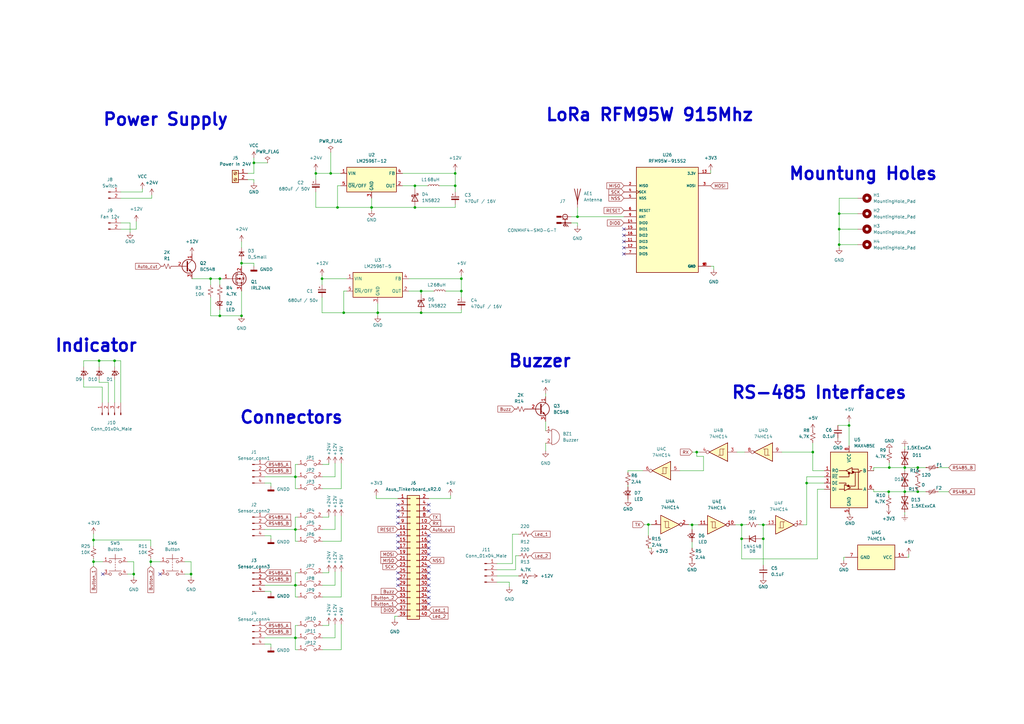
<source format=kicad_sch>
(kicad_sch (version 20211123) (generator eeschema)
  (paper "A3")
  (title_block (title "MARUKO for PoC") (rev "2") (company "Otori.id"))
  (junction (at 138.43 85.09))
  (junction (at 344.17 87.63))
  (junction (at 186.69 76.2))
  (junction (at 61.849 230.378))
  (junction (at 170.18 85.09))
  (junction (at 86.36 114.3))
  (junction (at 186.69 71.12))
  (junction (at 90.17 114.3))
  (junction (at 46.99 147.955))
  (junction (at 172.72 119.38))
  (junction (at 344.17 100.33))
  (junction (at 154.94 128.27))
  (junction (at 285.75 185.42))
  (junction (at 121.158 195.58))
  (junction (at 78.359 235.458))
  (junction (at 236.855 88.9))
  (junction (at 283.845 215.265))
  (junction (at 371.094 191.77))
  (junction (at 344.17 93.98))
  (junction (at 371.094 201.676))
  (junction (at 348.234 174.498))
  (junction (at 172.72 128.27))
  (junction (at 376.428 201.676))
  (junction (at 38.354 221.488))
  (junction (at 333.375 185.42))
  (junction (at 38.354 230.378))
  (junction (at 140.97 128.27))
  (junction (at 132.08 114.3))
  (junction (at 40.64 147.955))
  (junction (at 152.4 85.09))
  (junction (at 304.165 220.98))
  (junction (at 54.864 235.458))
  (junction (at 90.17 129.54))
  (junction (at 121.158 261.62))
  (junction (at 265.938 215.138))
  (junction (at 364.744 191.77))
  (junction (at 313.055 220.98))
  (junction (at 364.49 201.676))
  (junction (at 121.158 217.17))
  (junction (at 330.835 198.12))
  (junction (at 304.165 215.265))
  (junction (at 313.055 215.265))
  (junction (at 189.23 114.3))
  (junction (at 376.428 191.77))
  (junction (at 99.06 129.54))
  (junction (at 129.54 71.12))
  (junction (at 189.23 119.38))
  (junction (at 104.14 66.802))
  (junction (at 121.158 240.03))
  (junction (at 135.636 71.12))
  (junction (at 170.18 76.2))
  (junction (at 99.06 107.95))
  (no_connect (at 255.905 101.6))
  (no_connect (at 175.895 222.25))
  (no_connect (at 163.195 219.71))
  (no_connect (at 65.659 235.458))
  (no_connect (at 175.895 232.41))
  (no_connect (at 255.905 99.06))
  (no_connect (at 175.895 224.79))
  (no_connect (at 255.905 93.98))
  (no_connect (at 175.895 247.65))
  (no_connect (at 42.164 235.458))
  (no_connect (at 255.905 96.52))
  (no_connect (at 163.195 214.63))
  (no_connect (at 175.895 219.71))
  (no_connect (at 175.895 227.33))
  (no_connect (at 175.895 207.01))
  (no_connect (at 175.895 209.55))
  (no_connect (at 163.195 207.01))
  (no_connect (at 163.195 209.55))
  (no_connect (at 163.195 224.79))
  (no_connect (at 175.895 234.95))
  (no_connect (at 175.895 237.49))
  (no_connect (at 175.895 240.03))
  (no_connect (at 175.895 242.57))
  (no_connect (at 175.895 245.11))
  (no_connect (at 163.195 212.09))
  (no_connect (at 163.195 240.03))
  (no_connect (at 163.195 237.49))
  (no_connect (at 163.195 234.95))
  (no_connect (at 255.905 104.14))
  (no_connect (at 163.195 222.25))
  (wire (pts (xy 358.394 191.77) (xy 364.744 191.77)))
  (wire (pts (xy 301.625 215.265) (xy 304.165 215.265)))
  (wire (pts (xy 184.785 204.47) (xy 175.895 204.47)))
  (wire (pts (xy 257.556 198.882) (xy 257.556 199.644)))
  (wire (pts (xy 203.835 236.22) (xy 212.725 236.22)))
  (wire (pts (xy 346.075 228.6) (xy 346.71 228.6)))
  (wire (pts (xy 142.24 119.38) (xy 140.97 119.38)))
  (wire (pts (xy 139.954 256.032) (xy 139.954 266.446)))
  (wire (pts (xy 203.835 231.14) (xy 210.185 231.14)))
  (wire (pts (xy 104.14 66.802) (xy 109.728 66.802)))
  (wire (pts (xy 132.08 114.3) (xy 132.08 116.84)))
  (wire (pts (xy 75.819 230.378) (xy 78.359 230.378)))
  (wire (pts (xy 139.954 266.446) (xy 132.334 266.446)))
  (wire (pts (xy 304.165 220.98) (xy 304.165 229.235)))
  (wire (pts (xy 364.49 201.676) (xy 364.49 203.2)))
  (wire (pts (xy 108.585 217.17) (xy 121.158 217.17)))
  (wire (pts (xy 104.14 73.66) (xy 101.6 73.66)))
  (wire (pts (xy 121.158 240.03) (xy 121.158 244.856)))
  (wire (pts (xy 372.745 228.6) (xy 372.11 228.6)))
  (wire (pts (xy 152.4 81.28) (xy 152.4 85.09)))
  (wire (pts (xy 111.125 220.98) (xy 111.125 219.71)))
  (wire (pts (xy 49.53 93.98) (xy 55.88 93.98)))
  (wire (pts (xy 184.785 203.2) (xy 184.785 204.47)))
  (wire (pts (xy 167.64 119.38) (xy 172.72 119.38)))
  (wire (pts (xy 223.774 161.417) (xy 223.774 162.687)))
  (wire (pts (xy 90.17 114.3) (xy 91.44 114.3)))
  (wire (pts (xy 40.64 156.845) (xy 44.45 156.845)))
  (wire (pts (xy 311.15 215.138) (xy 313.055 215.265)))
  (wire (pts (xy 104.14 109.22) (xy 104.14 107.95)))
  (wire (pts (xy 371.094 210.058) (xy 371.094 211.074)))
  (wire (pts (xy 121.158 234.95) (xy 121.158 240.03)))
  (wire (pts (xy 189.23 114.3) (xy 167.64 114.3)))
  (wire (pts (xy 186.69 76.2) (xy 186.69 71.12)))
  (wire (pts (xy 121.158 221.996) (xy 122.174 221.996)))
  (wire (pts (xy 104.14 74.93) (xy 104.14 73.66)))
  (wire (pts (xy 121.158 261.62) (xy 121.158 266.446)))
  (wire (pts (xy 364.744 191.77) (xy 371.094 191.77)))
  (wire (pts (xy 371.094 201.676) (xy 371.094 200.66)))
  (wire (pts (xy 122.174 212.09) (xy 121.158 212.09)))
  (wire (pts (xy 41.91 158.75) (xy 41.91 165.1)))
  (wire (pts (xy 38.354 221.488) (xy 61.849 221.488)))
  (wire (pts (xy 38.354 230.378) (xy 38.354 232.283)))
  (wire (pts (xy 122.174 234.95) (xy 121.158 234.95)))
  (wire (pts (xy 34.29 147.955) (xy 40.64 147.955)))
  (wire (pts (xy 364.49 201.676) (xy 371.094 201.676)))
  (wire (pts (xy 61.849 221.488) (xy 61.849 224.028)))
  (wire (pts (xy 134.874 189.865) (xy 134.874 190.5)))
  (wire (pts (xy 203.835 238.76) (xy 208.915 238.76)))
  (wire (pts (xy 154.305 204.47) (xy 163.195 204.47)))
  (wire (pts (xy 121.158 212.09) (xy 121.158 217.17)))
  (wire (pts (xy 152.4 85.09) (xy 170.18 85.09)))
  (wire (pts (xy 348.234 210.82) (xy 348.615 210.82)))
  (wire (pts (xy 132.08 121.92) (xy 132.08 128.27)))
  (wire (pts (xy 99.06 107.95) (xy 104.14 107.95)))
  (wire (pts (xy 34.29 158.75) (xy 41.91 158.75)))
  (wire (pts (xy 137.414 240.03) (xy 132.334 240.03)))
  (wire (pts (xy 49.53 81.28) (xy 62.23 81.28)))
  (wire (pts (xy 90.17 114.3) (xy 90.17 116.84)))
  (wire (pts (xy 257.556 193.04) (xy 263.652 193.04)))
  (wire (pts (xy 286.385 215.265) (xy 283.845 215.265)))
  (wire (pts (xy 384.81 191.77) (xy 389.128 191.77)))
  (wire (pts (xy 121.158 195.58) (xy 121.158 200.406)))
  (wire (pts (xy 108.585 261.62) (xy 121.158 261.62)))
  (wire (pts (xy 172.72 119.38) (xy 172.72 120.65)))
  (wire (pts (xy 372.745 227.33) (xy 372.745 228.6)))
  (wire (pts (xy 132.08 113.03) (xy 132.08 114.3)))
  (wire (pts (xy 61.849 230.378) (xy 65.659 230.378)))
  (wire (pts (xy 139.954 211.582) (xy 139.954 221.996)))
  (wire (pts (xy 121.158 190.5) (xy 121.158 195.58)))
  (wire (pts (xy 186.69 69.85) (xy 186.69 71.12)))
  (wire (pts (xy 186.69 85.09) (xy 186.69 83.82)))
  (wire (pts (xy 75.819 235.458) (xy 78.359 235.458)))
  (wire (pts (xy 104.14 71.12) (xy 101.6 71.12)))
  (wire (pts (xy 108.585 195.58) (xy 121.158 195.58)))
  (wire (pts (xy 371.094 191.77) (xy 371.094 193.04)))
  (wire (pts (xy 135.636 62.484) (xy 135.636 71.12)))
  (wire (pts (xy 121.158 240.03) (xy 122.174 240.03)))
  (wire (pts (xy 161.925 252.73) (xy 163.195 252.73)))
  (wire (pts (xy 129.54 69.85) (xy 129.54 71.12)))
  (wire (pts (xy 40.64 147.955) (xy 46.99 147.955)))
  (wire (pts (xy 330.835 198.12) (xy 330.835 195.58)))
  (wire (pts (xy 234.315 88.9) (xy 236.855 88.9)))
  (wire (pts (xy 330.835 195.58) (xy 338.074 195.58)))
  (wire (pts (xy 343.662 174.498) (xy 348.234 174.498)))
  (wire (pts (xy 104.14 64.77) (xy 104.14 66.802)))
  (wire (pts (xy 257.556 204.724) (xy 257.556 204.978)))
  (wire (pts (xy 140.97 128.27) (xy 154.94 128.27)))
  (wire (pts (xy 344.17 87.63) (xy 351.79 87.63)))
  (wire (pts (xy 333.375 181.61) (xy 333.375 185.42)))
  (wire (pts (xy 344.17 101.6) (xy 344.17 100.33)))
  (wire (pts (xy 46.99 147.955) (xy 46.99 150.495)))
  (wire (pts (xy 139.954 189.992) (xy 139.954 200.406)))
  (wire (pts (xy 137.414 256.032) (xy 137.414 261.62)))
  (wire (pts (xy 137.414 189.992) (xy 137.414 195.58)))
  (wire (pts (xy 134.874 234.315) (xy 134.874 234.95)))
  (wire (pts (xy 371.094 191.77) (xy 376.428 191.77)))
  (wire (pts (xy 364.744 189.738) (xy 364.744 191.77)))
  (wire (pts (xy 358.394 201.676) (xy 364.49 201.676)))
  (wire (pts (xy 129.54 71.12) (xy 129.54 73.66)))
  (wire (pts (xy 139.954 200.406) (xy 132.334 200.406)))
  (wire (pts (xy 265.938 215.138) (xy 267.208 215.138)))
  (wire (pts (xy 121.158 200.406) (xy 122.174 200.406)))
  (wire (pts (xy 154.94 128.27) (xy 172.72 128.27)))
  (wire (pts (xy 223.774 172.847) (xy 223.774 176.657)))
  (wire (pts (xy 371.094 201.676) (xy 371.094 202.438)))
  (wire (pts (xy 170.18 76.2) (xy 170.18 77.47)))
  (wire (pts (xy 137.414 261.62) (xy 132.334 261.62)))
  (wire (pts (xy 49.53 78.74) (xy 58.42 78.74)))
  (wire (pts (xy 111.125 243.205) (xy 111.125 242.57)))
  (wire (pts (xy 46.99 147.955) (xy 49.53 147.955)))
  (wire (pts (xy 86.36 121.92) (xy 86.36 129.54)))
  (wire (pts (xy 236.855 92.71) (xy 236.855 91.44)))
  (wire (pts (xy 154.94 124.46) (xy 154.94 128.27)))
  (wire (pts (xy 165.1 76.2) (xy 170.18 76.2)))
  (wire (pts (xy 344.17 100.33) (xy 351.79 100.33)))
  (wire (pts (xy 38.354 229.108) (xy 38.354 230.378)))
  (wire (pts (xy 99.06 129.54) (xy 90.17 129.54)))
  (wire (pts (xy 172.72 128.27) (xy 189.23 128.27)))
  (wire (pts (xy 140.97 119.38) (xy 140.97 128.27)))
  (wire (pts (xy 90.17 129.54) (xy 86.36 129.54)))
  (wire (pts (xy 137.414 195.58) (xy 132.334 195.58)))
  (wire (pts (xy 344.17 100.33) (xy 344.17 93.98)))
  (wire (pts (xy 99.06 107.95) (xy 99.06 109.22)))
  (wire (pts (xy 138.43 76.2) (xy 138.43 85.09)))
  (wire (pts (xy 189.23 121.92) (xy 189.23 119.38)))
  (wire (pts (xy 208.915 238.76) (xy 208.915 240.665)))
  (wire (pts (xy 111.125 198.12) (xy 108.585 198.12)))
  (wire (pts (xy 291.465 69.85) (xy 291.465 71.12)))
  (wire (pts (xy 330.835 215.265) (xy 330.835 198.12)))
  (wire (pts (xy 283.845 215.265) (xy 283.845 217.17)))
  (wire (pts (xy 236.855 88.9) (xy 255.905 88.9)))
  (wire (pts (xy 62.23 80.01) (xy 62.23 81.28)))
  (wire (pts (xy 236.855 91.44) (xy 234.315 91.44)))
  (wire (pts (xy 172.72 119.38) (xy 177.8 119.38)))
  (wire (pts (xy 55.88 93.98) (xy 55.88 90.805)))
  (wire (pts (xy 61.849 229.108) (xy 61.849 230.378)))
  (wire (pts (xy 132.08 128.27) (xy 140.97 128.27)))
  (wire (pts (xy 108.585 242.57) (xy 111.125 242.57)))
  (wire (pts (xy 104.14 66.802) (xy 104.14 71.12)))
  (wire (pts (xy 129.54 78.74) (xy 129.54 85.09)))
  (wire (pts (xy 111.125 219.71) (xy 108.585 219.71)))
  (wire (pts (xy 211.455 227.965) (xy 212.725 227.965)))
  (wire (pts (xy 99.06 99.06) (xy 99.06 101.6)))
  (wire (pts (xy 265.938 224.79) (xy 267.208 224.79)))
  (wire (pts (xy 134.874 255.905) (xy 134.874 256.54)))
  (wire (pts (xy 333.375 193.04) (xy 338.074 193.04)))
  (wire (pts (xy 348.234 174.498) (xy 348.234 182.88)))
  (wire (pts (xy 138.43 85.09) (xy 152.4 85.09)))
  (wire (pts (xy 99.06 106.68) (xy 99.06 107.95)))
  (wire (pts (xy 122.174 256.54) (xy 121.158 256.54)))
  (wire (pts (xy 121.158 195.58) (xy 122.174 195.58)))
  (wire (pts (xy 343.662 179.578) (xy 343.662 179.832)))
  (wire (pts (xy 333.375 185.42) (xy 333.375 193.04)))
  (wire (pts (xy 34.29 147.955) (xy 34.29 150.495)))
  (wire (pts (xy 78.74 114.3) (xy 86.36 114.3)))
  (wire (pts (xy 78.359 230.378) (xy 78.359 235.458)))
  (wire (pts (xy 285.75 187.198) (xy 285.75 185.42)))
  (wire (pts (xy 304.165 220.98) (xy 304.8 220.98)))
  (wire (pts (xy 135.636 71.12) (xy 129.54 71.12)))
  (wire (pts (xy 132.334 256.54) (xy 134.874 256.54)))
  (wire (pts (xy 86.36 114.3) (xy 86.36 116.84)))
  (wire (pts (xy 358.394 191.77) (xy 358.394 193.04)))
  (wire (pts (xy 189.23 119.38) (xy 189.23 114.3)))
  (wire (pts (xy 348.234 172.974) (xy 348.234 174.498)))
  (wire (pts (xy 330.835 198.12) (xy 338.074 198.12)))
  (wire (pts (xy 121.158 217.17) (xy 121.158 221.996)))
  (wire (pts (xy 210.185 231.14) (xy 210.185 219.075)))
  (wire (pts (xy 376.428 201.676) (xy 371.094 201.676)))
  (wire (pts (xy 86.36 114.3) (xy 90.17 114.3)))
  (wire (pts (xy 134.874 211.455) (xy 134.874 212.09)))
  (wire (pts (xy 329.565 215.265) (xy 330.835 215.265)))
  (wire (pts (xy 111.125 264.16) (xy 108.585 264.16)))
  (wire (pts (xy 99.06 119.38) (xy 99.06 129.54)))
  (wire (pts (xy 313.055 215.265) (xy 313.055 220.98)))
  (wire (pts (xy 285.75 185.42) (xy 287.02 185.42)))
  (wire (pts (xy 189.23 119.38) (xy 182.88 119.38)))
  (wire (pts (xy 137.414 234.442) (xy 137.414 240.03)))
  (wire (pts (xy 203.835 233.68) (xy 211.455 233.68)))
  (wire (pts (xy 351.79 81.28) (xy 344.17 81.28)))
  (wire (pts (xy 53.34 91.44) (xy 53.34 95.25)))
  (wire (pts (xy 379.73 201.676) (xy 376.428 201.676)))
  (wire (pts (xy 384.81 201.676) (xy 389.128 201.676)))
  (wire (pts (xy 108.585 240.03) (xy 121.158 240.03)))
  (wire (pts (xy 54.864 230.378) (xy 54.864 235.458)))
  (wire (pts (xy 121.158 266.446) (xy 122.174 266.446)))
  (wire (pts (xy 121.158 244.856) (xy 122.174 244.856)))
  (wire (pts (xy 161.925 254) (xy 161.925 252.73)))
  (wire (pts (xy 61.849 230.378) (xy 61.849 232.283)))
  (wire (pts (xy 371.094 183.134) (xy 371.094 184.15)))
  (wire (pts (xy 170.18 85.09) (xy 186.69 85.09)))
  (wire (pts (xy 282.448 215.138) (xy 283.845 215.265)))
  (wire (pts (xy 346.075 229.87) (xy 346.075 228.6)))
  (wire (pts (xy 46.99 155.575) (xy 46.99 165.1)))
  (wire (pts (xy 344.17 87.63) (xy 344.17 93.98)))
  (wire (pts (xy 122.174 190.5) (xy 121.158 190.5)))
  (wire (pts (xy 257.556 193.802) (xy 257.556 193.04)))
  (wire (pts (xy 189.23 113.03) (xy 189.23 114.3)))
  (wire (pts (xy 320.675 185.42) (xy 333.375 185.42)))
  (wire (pts (xy 344.17 93.98) (xy 351.79 93.98)))
  (wire (pts (xy 38.354 230.378) (xy 42.164 230.378)))
  (wire (pts (xy 121.158 256.54) (xy 121.158 261.62)))
  (wire (pts (xy 278.892 193.04) (xy 288.544 193.04)))
  (wire (pts (xy 34.29 155.575) (xy 34.29 158.75)))
  (wire (pts (xy 304.165 229.235) (xy 335.28 229.235)))
  (wire (pts (xy 304.165 215.265) (xy 306.07 215.138)))
  (wire (pts (xy 78.359 235.458) (xy 78.359 236.728)))
  (wire (pts (xy 186.69 78.74) (xy 186.69 76.2)))
  (wire (pts (xy 137.414 217.17) (xy 132.334 217.17)))
  (wire (pts (xy 40.64 155.575) (xy 40.64 156.845)))
  (wire (pts (xy 139.7 76.2) (xy 138.43 76.2)))
  (wire (pts (xy 139.954 221.996) (xy 132.334 221.996)))
  (wire (pts (xy 132.334 212.09) (xy 134.874 212.09)))
  (wire (pts (xy 344.17 81.28) (xy 344.17 87.63)))
  (wire (pts (xy 58.42 78.74) (xy 58.42 77.47)))
  (wire (pts (xy 313.055 215.265) (xy 314.325 215.265)))
  (wire (pts (xy 283.845 222.25) (xy 283.845 224.79)))
  (wire (pts (xy 358.394 200.66) (xy 358.394 201.676)))
  (wire (pts (xy 111.125 265.43) (xy 111.125 264.16)))
  (wire (pts (xy 211.455 233.68) (xy 211.455 227.965)))
  (wire (pts (xy 186.69 76.2) (xy 180.34 76.2)))
  (wire (pts (xy 288.544 187.198) (xy 285.75 187.198)))
  (wire (pts (xy 152.4 85.09) (xy 152.4 86.36)))
  (wire (pts (xy 121.158 261.62) (xy 122.174 261.62)))
  (wire (pts (xy 170.18 76.2) (xy 175.26 76.2)))
  (wire (pts (xy 137.414 211.582) (xy 137.414 217.17)))
  (wire (pts (xy 38.354 221.488) (xy 38.354 224.028)))
  (wire (pts (xy 132.334 190.5) (xy 134.874 190.5)))
  (wire (pts (xy 129.54 85.09) (xy 138.43 85.09)))
  (wire (pts (xy 335.28 200.66) (xy 338.074 200.66)))
  (wire (pts (xy 236.855 85.09) (xy 236.855 88.9)))
  (wire (pts (xy 283.972 185.42) (xy 285.75 185.42)))
  (wire (pts (xy 52.324 230.378) (xy 54.864 230.378)))
  (wire (pts (xy 111.125 199.39) (xy 111.125 198.12)))
  (wire (pts (xy 121.158 217.17) (xy 122.174 217.17)))
  (wire (pts (xy 154.305 203.2) (xy 154.305 204.47)))
  (wire (pts (xy 54.864 235.458) (xy 54.864 236.728)))
  (wire (pts (xy 132.334 234.95) (xy 134.874 234.95)))
  (wire (pts (xy 40.64 150.495) (xy 40.64 147.955)))
  (wire (pts (xy 210.185 219.075) (xy 212.725 219.075)))
  (wire (pts (xy 288.544 187.198) (xy 288.544 193.04)))
  (wire (pts (xy 265.938 215.138) (xy 265.938 219.71)))
  (wire (pts (xy 139.954 244.856) (xy 132.334 244.856)))
  (wire (pts (xy 376.428 196.596) (xy 376.428 196.85)))
  (wire (pts (xy 313.055 220.98) (xy 313.055 231.775)))
  (wire (pts (xy 49.53 165.1) (xy 49.53 147.955)))
  (wire (pts (xy 139.7 71.12) (xy 135.636 71.12)))
  (wire (pts (xy 223.774 181.737) (xy 223.774 184.912)))
  (wire (pts (xy 139.954 234.442) (xy 139.954 244.856)))
  (wire (pts (xy 44.45 156.845) (xy 44.45 165.1)))
  (wire (pts (xy 154.94 128.27) (xy 154.94 129.54)))
  (wire (pts (xy 49.53 91.44) (xy 53.34 91.44)))
  (wire (pts (xy 302.26 185.42) (xy 305.435 185.42)))
  (wire (pts (xy 376.428 191.77) (xy 379.73 191.77)))
  (wire (pts (xy 38.354 218.948) (xy 38.354 221.488)))
  (wire (pts (xy 292.735 109.22) (xy 291.465 109.22)))
  (wire (pts (xy 335.28 229.235) (xy 335.28 200.66)))
  (wire (pts (xy 142.24 114.3) (xy 132.08 114.3)))
  (wire (pts (xy 264.16 215.138) (xy 265.938 215.138)))
  (wire (pts (xy 313.055 220.98) (xy 312.42 220.98)))
  (wire (pts (xy 186.69 71.12) (xy 165.1 71.12)))
  (wire (pts (xy 189.23 128.27) (xy 189.23 127)))
  (wire (pts (xy 52.324 235.458) (xy 54.864 235.458)))
  (wire (pts (xy 304.165 215.265) (xy 304.165 220.98)))
  (wire (pts (xy 292.735 110.49) (xy 292.735 109.22)))
  (wire (pts (xy 90.17 127) (xy 90.17 129.54)))
  (text "Indicator" (at 22.225 144.78 0) (effects (font (size 5 5) (thickness 1) bold) (justify left bottom)))
  (text "Connectors" (at 98.044 174.244 0) (effects (font (size 5 5) (thickness 1) bold) (justify left bottom)))
  (text "Mountung Holes" (at 323.215 74.295 0) (effects (font (size 5 5) (thickness 1) bold) (justify left bottom)))
  (text "Buzzer" (at 208.28 151.13 0) (effects (font (size 5 5) (thickness 1) bold) (justify left bottom)))
  (text "Power Supply" (at 41.91 52.07 0) (effects (font (size 5 5) (thickness 1) bold) (justify left bottom)))
  (text "LoRa RFM95W 915Mhz" (at 223.52 50.165 0) (effects (font (size 5 5) (thickness 1) bold) (justify left bottom)))
  (text "RS-485 Interfaces" (at 299.72 164.084 0) (effects (font (size 5 5) (thickness 1) bold) (justify left bottom)))
  (global_label "RS485_A" (shape input) (at 389.128 201.676 0) (property "Intersheet References" "${INTERSHEET_REFS}" (effects hide)))
  (global_label "RESET" (shape input) (at 255.905 86.36 180) (property "Intersheet References" "${INTERSHEET_REFS}" (effects hide)))
  (global_label "Led_2" (shape input) (at 175.895 252.73 0) (property "Intersheet References" "${INTERSHEET_REFS}" (effects hide)))
  (global_label "Led_1" (shape input) (at 175.895 250.19 0) (property "Intersheet References" "${INTERSHEET_REFS}" (effects hide)))
  (global_label "Auto_cut" (shape input) (at 66.04 109.22 180) (property "Intersheet References" "${INTERSHEET_REFS}" (effects hide)))
  (global_label "MISO" (shape input) (at 255.905 76.2 180) (property "Intersheet References" "${INTERSHEET_REFS}" (effects hide)))
  (global_label "RS485_A" (shape input) (at 108.585 190.5 0) (property "Intersheet References" "${INTERSHEET_REFS}" (effects hide)))
  (global_label "Led_1" (shape input) (at 217.805 219.075 0) (property "Intersheet References" "${INTERSHEET_REFS}" (effects hide)))
  (global_label "MISO" (shape input) (at 163.195 229.87 180) (property "Intersheet References" "${INTERSHEET_REFS}" (effects hide)))
  (global_label "RX" (shape input) (at 175.895 214.63 0) (property "Intersheet References" "${INTERSHEET_REFS}" (effects hide)))
  (global_label "MOSI" (shape input) (at 163.195 227.33 180) (property "Intersheet References" "${INTERSHEET_REFS}" (effects hide)))
  (global_label "RS485_B" (shape input) (at 389.128 191.77 0) (property "Intersheet References" "${INTERSHEET_REFS}" (effects hide)))
  (global_label "RX" (shape input) (at 283.972 185.42 180) (property "Intersheet References" "${INTERSHEET_REFS}" (effects hide)))
  (global_label "DIO0" (shape input) (at 163.195 250.19 180) (property "Intersheet References" "${INTERSHEET_REFS}" (effects hide)))
  (global_label "Buzz" (shape input) (at 211.074 167.767 180) (property "Intersheet References" "${INTERSHEET_REFS}" (effects hide)))
  (global_label "RS485_A" (shape input) (at 108.585 234.95 0) (property "Intersheet References" "${INTERSHEET_REFS}" (effects hide)))
  (global_label "RS485_B" (shape input) (at 108.585 193.04 0) (property "Intersheet References" "${INTERSHEET_REFS}" (effects hide)))
  (global_label "Buzz" (shape input) (at 163.195 242.57 180) (property "Intersheet References" "${INTERSHEET_REFS}" (effects hide)))
  (global_label "Led_2" (shape input) (at 217.805 227.965 0) (property "Intersheet References" "${INTERSHEET_REFS}" (effects hide)))
  (global_label "RS485_B" (shape input) (at 108.585 237.49 0) (property "Intersheet References" "${INTERSHEET_REFS}" (effects hide)))
  (global_label "RS485_B" (shape input) (at 108.585 259.08 0) (property "Intersheet References" "${INTERSHEET_REFS}" (effects hide)))
  (global_label "NSS" (shape input) (at 175.895 229.87 0) (property "Intersheet References" "${INTERSHEET_REFS}" (effects hide)))
  (global_label "RS485_B" (shape input) (at 108.585 214.63 0) (property "Intersheet References" "${INTERSHEET_REFS}" (effects hide)))
  (global_label "RS485_A" (shape input) (at 108.585 256.54 0) (property "Intersheet References" "${INTERSHEET_REFS}" (effects hide)))
  (global_label "Button_1" (shape input) (at 163.195 247.65 180) (property "Intersheet References" "${INTERSHEET_REFS}" (effects hide)))
  (global_label "SCK" (shape input) (at 255.905 78.74 180) (property "Intersheet References" "${INTERSHEET_REFS}" (effects hide)))
  (global_label "RESET" (shape input) (at 163.195 217.17 180) (property "Intersheet References" "${INTERSHEET_REFS}" (effects hide)))
  (global_label "TX" (shape input) (at 264.16 215.138 180) (property "Intersheet References" "${INTERSHEET_REFS}" (effects hide)))
  (global_label "SCK" (shape input) (at 163.195 232.41 180) (property "Intersheet References" "${INTERSHEET_REFS}" (effects hide)))
  (global_label "Button_1" (shape input) (at 38.354 232.283 270) (property "Intersheet References" "${INTERSHEET_REFS}" (effects hide)))
  (global_label "RS485_A" (shape input) (at 108.585 212.09 0) (property "Intersheet References" "${INTERSHEET_REFS}" (effects hide)))
  (global_label "DIO0" (shape input) (at 255.905 91.44 180) (property "Intersheet References" "${INTERSHEET_REFS}" (effects hide)))
  (global_label "Auto_cut" (shape input) (at 175.895 217.17 0) (property "Intersheet References" "${INTERSHEET_REFS}" (effects hide)))
  (global_label "MOSI" (shape input) (at 291.465 76.2 0) (property "Intersheet References" "${INTERSHEET_REFS}" (effects hide)))
  (global_label "TX" (shape input) (at 175.895 212.09 0) (property "Intersheet References" "${INTERSHEET_REFS}" (effects hide)))
  (global_label "Button_2" (shape input) (at 163.195 245.11 180) (property "Intersheet References" "${INTERSHEET_REFS}" (effects hide)))
  (global_label "NSS" (shape input) (at 255.905 81.28 180) (property "Intersheet References" "${INTERSHEET_REFS}" (effects hide)))
  (global_label "Button_2" (shape input) (at 61.849 232.283 270) (property "Intersheet References" "${INTERSHEET_REFS}" (effects hide)))
  (symbol (lib_id "power:GND") (at 236.855 92.71 0) (unit 1)
    (property "Reference" "#PWR0103" (effects hide))
    (property "Value" "GND" (at 236.855 97.79 0))
  )
  (symbol (lib_id "Device:R_Small_US") (at 68.58 109.22 90) (unit 1)
    (property "Reference" "R1" (at 69.85 106.045 90) (effects (justify left)))
    (property "Value" "2K" (at 69.85 103.505 90) (effects (justify left)))
    (property "Footprint" "Resistor_THT:R_Axial_DIN0207_L6.3mm_D2.5mm_P10.16mm_Horizontal" (effects hide))
  )
  (symbol (lib_id "Device:C_Polarized_Small") (at 132.08 119.38 0) (unit 1)
    (property "Reference" "C1" (at 125.73 119.38 0) (effects (justify left)))
    (property "Value" "680uf / 50v" (at 118.11 123.19 0) (effects (justify left)))
    (property "Footprint" "Capacitor_THT:CP_Radial_D10.0mm_P2.50mm_P5.00mm" (effects hide))
  )
  (symbol (lib_id "Connector:Conn_01x04_Male") (at 103.505 193.04 0) (unit 1)
    (property "Reference" "J1" (at 104.14 185.42 0))
    (property "Value" "Sensor_conn1" (at 104.14 187.96 0))
    (property "Footprint" "Connector_JST:JST_XH_B4B-XH-A_1x04_P2.50mm_Vertical" (effects hide))
  )
  (symbol (lib_id "Device:C_Small") (at 313.055 234.315 0) (unit 1)
    (property "Reference" "C5" (at 316.23 233.0512 0) (effects (justify left)))
    (property "Value" "0.1uF" (at 316.23 235.5912 0) (effects (justify left)))
    (property "Footprint" "Capacitor_THT:C_Disc_D3.8mm_W2.6mm_P2.50mm" (effects hide))
  )
  (symbol (lib_id "power:GND") (at 104.14 74.93 0) (unit 1)
    (property "Reference" "#PWR0107" (effects hide))
    (property "Value" "GND" (at 104.14 78.74 0))
  )
  (symbol (lib_id "Connector:Conn_01x04_Male") (at 44.45 170.18 90) (unit 1)
    (property "Reference" "J10" (at 45.72 173.355 90))
    (property "Value" "Conn_01x04_Male" (at 45.72 175.895 90))
    (property "Footprint" "Connector_JST:JST_XH_B4B-XH-A_1x04_P2.50mm_Vertical" (effects hide))
  )
  (symbol (lib_id "Jumper:Jumper_2_Open") (at 127.254 266.446 0) (unit 1)
    (property "Reference" "JP12" (at 127.254 263.652 0))
    (property "Value" "Jumper_2_Open" (effects hide))
    (property "Footprint" "Connector_PinHeader_2.54mm:PinHeader_1x02_P2.54mm_Vertical" (effects hide))
  )
  (symbol (lib_id "power:+12V") (at 55.88 90.805 0) (unit 1)
    (property "Reference" "#PWR0105" (effects hide))
    (property "Value" "+12V" (at 55.88 85.725 0))
  )
  (symbol (lib_id "Device:R_Small_US") (at 333.375 179.07 180) (unit 1)
    (property "Reference" "R8" (at 332.105 176.53 0) (effects (justify left)))
    (property "Value" "4.7K" (at 332.105 179.07 0) (effects (justify left)))
    (property "Footprint" "Resistor_THT:R_Axial_DIN0207_L6.3mm_D2.5mm_P10.16mm_Horizontal" (effects hide))
  )
  (symbol (lib_id "Jumper:Jumper_2_Open") (at 127.254 217.17 0) (unit 1)
    (property "Reference" "JP5" (at 127.254 214.376 0))
    (property "Value" "Jumper_2_Open" (effects hide))
    (property "Footprint" "Connector_PinHeader_2.54mm:PinHeader_1x02_P2.54mm_Vertical" (effects hide))
  )
  (symbol (lib_id "power:+12V") (at 186.69 69.85 0) (unit 1)
    (property "Reference" "#PWR019" (effects hide))
    (property "Value" "+12V" (at 186.69 64.77 0))
  )
  (symbol (lib_id "power:+5V") (at 139.954 256.032 0) (unit 1)
    (property "Reference" "#PWR039" (effects hide))
    (property "Value" "+5V" (at 139.954 250.952 90))
  )
  (symbol (lib_id "Diode:1N5822") (at 172.72 124.46 270) (unit 1)
    (property "Reference" "D5" (at 175.514 122.8724 90) (effects (justify left)))
    (property "Value" "1N5822" (at 175.514 125.4124 90) (effects (justify left)))
    (property "Footprint" "Diode_THT:D_DO-201AD_P15.24mm_Horizontal" (effects hide))
    (property "Datasheet" "http://www.vishay.com/docs/88526/1n5820.pdf" (effects hide))
  )
  (symbol (lib_id "Device:R_Small_US") (at 376.428 199.136 0) (unit 1)
    (property "Reference" "R17" (at 372.618 200.66 0) (effects (justify left)))
    (property "Value" "0" (at 377.952 198.882 0) (effects (justify left)))
    (property "Footprint" "Resistor_THT:R_Axial_DIN0207_L6.3mm_D2.5mm_P10.16mm_Horizontal" (effects hide))
  )
  (symbol (lib_id "Device:D_Small") (at 99.06 104.14 270) (unit 1)
    (property "Reference" "D3" (at 101.6 102.8699 90) (effects (justify left)))
    (property "Value" "D_Small" (at 101.6 105.4099 90) (effects (justify left)))
    (property "Footprint" "Diode_THT:D_A-405_P10.16mm_Horizontal" (effects hide))
  )
  (symbol (lib_id "power:+24V") (at 62.23 80.01 0) (unit 1)
    (property "Reference" "#PWR0110" (effects hide))
    (property "Value" "+24V" (at 62.23 74.93 0))
  )
  (symbol (lib_id "power:+3.3V") (at 267.208 224.79 180) (unit 1)
    (property "Reference" "#PWR08" (effects hide))
    (property "Value" "+3.3V" (at 268.732 226.0599 0) (effects (justify right)))
  )
  (symbol (lib_id "power:GND") (at 292.735 110.49 0) (unit 1)
    (property "Reference" "#PWR0101" (effects hide))
    (property "Value" "GND" (at 292.735 115.57 0))
  )
  (symbol (lib_id "Jumper:Jumper_2_Open") (at 127.254 190.5 0) (unit 1)
    (property "Reference" "JP1" (at 127.254 187.706 0))
    (property "Value" "Jumper_2_Open" (effects hide))
    (property "Footprint" "Connector_PinHeader_2.54mm:PinHeader_1x02_P2.54mm_Vertical" (effects hide))
  )
  (symbol (lib_id "Regulator_Switching:LM2596T-5") (at 154.94 116.84 0) (unit 1)
    (property "Reference" "U3" (at 154.94 106.68 0))
    (property "Value" "LM2596T-5" (at 154.94 109.22 0))
    (property "Footprint" "Package_TO_SOT_THT:TO-220-5_Vertical" (effects hide))
    (property "Datasheet" "http://www.ti.com/lit/ds/symlink/lm2596.pdf" (effects hide))
  )
  (symbol (lib_id "Diode:1N4148") (at 308.61 220.98 0) (unit 1)
    (property "Reference" "D8" (at 308.61 226.06 0))
    (property "Value" "1N4148" (at 308.61 224.155 0))
    (property "Footprint" "Diode_THT:D_DO-35_SOD27_P7.62mm_Horizontal" (effects hide))
    (property "Datasheet" "https://assets.nexperia.com/documents/data-sheet/1N4148_1N4448.pdf" (effects hide))
  )
  (symbol (lib_id "power:+12V") (at 137.414 211.582 0) (unit 1)
    (property "Reference" "#PWR034" (effects hide))
    (property "Value" "+12V" (at 137.414 205.867 90))
  )
  (symbol (lib_id "Jumper:Jumper_2_Open") (at 127.254 212.09 0) (unit 1)
    (property "Reference" "JP4" (at 127.254 209.296 0))
    (property "Value" "Jumper_2_Open" (effects hide))
    (property "Footprint" "Connector_PinHeader_2.54mm:PinHeader_1x02_P2.54mm_Vertical" (effects hide))
  )
  (symbol (lib_id "power:GND") (at 364.744 184.658 180) (unit 1)
    (property "Reference" "#PWR029" (effects hide))
    (property "Value" "GND" (at 364.744 180.848 0))
  )
  (symbol (lib_id "Device:R_Small_US") (at 364.49 205.74 180) (unit 1)
    (property "Reference" "R10" (at 363.22 203.2 0) (effects (justify left)))
    (property "Value" "4.7K" (at 363.22 205.74 0) (effects (justify left)))
    (property "Footprint" "Resistor_THT:R_Axial_DIN0207_L6.3mm_D2.5mm_P10.16mm_Horizontal" (effects hide))
  )
  (symbol (lib_id "power:+3.3V") (at 364.49 208.28 180) (unit 1)
    (property "Reference" "#PWR028" (effects hide))
    (property "Value" "+3.3V" (at 364.49 212.725 0))
  )
  (symbol (lib_id "power:GND") (at 343.662 179.832 0) (unit 1)
    (property "Reference" "#PWR025" (effects hide))
    (property "Value" "GND" (at 343.662 183.642 0))
  )
  (symbol (lib_id "Device:L_Small") (at 180.34 119.38 90) (unit 1)
    (property "Reference" "L2" (at 176.53 116.84 90))
    (property "Value" "68uH" (at 180.34 116.84 90))
    (property "Footprint" "Inductor_THT:L_Radial_D7.5mm_P3.50mm_Fastron_07P" (effects hide))
  )
  (symbol (lib_id "Jumper:Jumper_2_Open") (at 127.254 261.62 0) (unit 1)
    (property "Reference" "JP11" (at 127.254 258.826 0))
    (property "Value" "Jumper_2_Open" (effects hide))
    (property "Footprint" "Connector_PinHeader_2.54mm:PinHeader_1x02_P2.54mm_Vertical" (effects hide))
  )
  (symbol (lib_id "power:+3.3V") (at 38.354 218.948 0) (unit 1)
    (property "Reference" "#PWR0120" (effects hide))
    (property "Value" "+3.3V" (at 38.354 214.503 0))
  )
  (symbol (lib_id "power:GND") (at 152.4 86.36 0) (unit 1)
    (property "Reference" "#PWR016" (effects hide))
    (property "Value" "GND" (at 152.4 90.17 0))
  )
  (symbol (lib_id "Device:LED_Small") (at 90.17 124.46 90) (unit 1)
    (property "Reference" "D2" (at 92.71 124.46 90) (effects (justify right)))
    (property "Value" "LED" (at 92.71 127 90) (effects (justify right)))
    (property "Footprint" "LED_THT:LED_D3.0mm" (effects hide))
  )
  (symbol (lib_id "power:+24V") (at 99.06 99.06 0) (unit 1)
    (property "Reference" "#PWR0119" (effects hide))
    (property "Value" "+24V" (at 99.06 93.98 0))
  )
  (symbol (lib_id "Diode:1.5KExxCA") (at 371.094 187.96 90) (unit 1)
    (property "Reference" "D11" (at 374.142 186.6899 90) (effects (justify right)))
    (property "Value" "1.5KExxCA" (at 371.856 183.642 90) (effects (justify right)))
    (property "Footprint" "Diode_THT:D_DO-201AE_P15.24mm_Horizontal" (effects hide))
    (property "Datasheet" "https://www.vishay.com/docs/88301/15ke.pdf" (effects hide))
  )
  (symbol (lib_id "Device:C_Polarized_Small") (at 186.69 81.28 0) (unit 1)
    (property "Reference" "C3" (at 190.5 80.01 0) (effects (justify left)))
    (property "Value" "470uF / 16V" (at 190.5 82.55 0) (effects (justify left)))
    (property "Footprint" "Capacitor_THT:CP_Radial_D5.0mm_P2.50mm" (effects hide))
  )
  (symbol (lib_id "Device:LED_Small") (at 40.64 153.035 270) (unit 1)
    (property "Reference" "D10" (at 40.005 155.575 90) (effects (justify right)))
    (property "Value" "LED_PIndicator" (effects hide))
    (property "Footprint" "LED_THT:LED_D5.0mm" (effects hide))
  )
  (symbol (lib_id "Mechanical:MountingHole_Pad") (at 354.33 81.28 270) (unit 1)
    (property "Reference" "H1" (at 358.14 80.0099 90) (effects (justify left)))
    (property "Value" "MountingHole_Pad" (at 358.14 82.5499 90) (effects (justify left)))
    (property "Footprint" "MountingHole:MountingHole_3.5mm_Pad_Via" (effects hide))
  )
  (symbol (lib_id "Mechanical:MountingHole_Pad") (at 354.33 87.63 270) (unit 1)
    (property "Reference" "H2" (at 358.14 86.3599 90) (effects (justify left)))
    (property "Value" "MountingHole_Pad" (at 358.14 88.8999 90) (effects (justify left)))
    (property "Footprint" "MountingHole:MountingHole_3.5mm_Pad_Via" (effects hide))
  )
  (symbol (lib_id "power:GND") (at 257.556 204.978 0) (unit 1)
    (property "Reference" "#PWR022" (effects hide))
    (property "Value" "GND" (at 257.556 208.788 0))
  )
  (symbol (lib_id "Device:LED_Small") (at 34.29 153.035 270) (unit 1)
    (property "Reference" "D9" (at 33.655 155.575 90) (effects (justify right)))
    (property "Value" "LED_PIndicator" (effects hide))
    (property "Footprint" "LED_THT:LED_D5.0mm" (effects hide))
  )
  (symbol (lib_id "Device:R_Small_US") (at 308.61 215.138 90) (unit 1)
    (property "Reference" "R7" (at 309.88 210.058 90) (effects (justify left)))
    (property "Value" "56k" (at 310.515 212.598 90) (effects (justify left)))
    (property "Footprint" "Resistor_THT:R_Axial_DIN0207_L6.3mm_D2.5mm_P10.16mm_Horizontal" (effects hide))
  )
  (symbol (lib_id "Switch:SW_Push_Dual") (at 70.739 230.378 0) (unit 1)
    (property "Reference" "SW6" (at 70.739 222.758 0))
    (property "Value" "Button" (at 70.739 225.298 0))
    (property "Footprint" "Button_Switch_THT:SW_PUSH_6mm_H5mm" (effects hide))
  )
  (symbol (lib_id "power:VCC") (at 104.14 64.77 0) (unit 1)
    (property "Reference" "#PWR0108" (effects hide))
    (property "Value" "VCC" (at 104.14 59.69 0))
  )
  (symbol (lib_id "power:+5V") (at 184.785 203.2 0) (unit 1)
    (property "Reference" "#PWR018" (effects hide))
    (property "Value" "+5V" (at 184.785 198.12 0))
  )
  (symbol (lib_id "power:+3.3V") (at 154.305 203.2 0) (unit 1)
    (property "Reference" "#PWR014" (effects hide))
    (property "Value" "+3.3V" (at 154.305 198.12 0))
  )
  (symbol (lib_id "Device:C_Small") (at 343.662 177.038 0) (unit 1)
    (property "Reference" "C6" (at 338.582 176.403 0) (effects (justify left)))
    (property "Value" "0.1uF" (at 337.312 178.943 0) (effects (justify left)))
    (property "Footprint" "Capacitor_THT:C_Disc_D3.8mm_W2.6mm_P2.50mm" (effects hide))
  )
  (symbol (lib_id "74xx:74HC14") (at 271.272 193.04 180) (unit 3)
    (property "Reference" "U4" (at 271.272 184.15 0))
    (property "Value" "74HC14" (at 271.272 186.69 0))
    (property "Footprint" "Package_DIP:DIP-14_W7.62mm" (effects hide))
    (property "Datasheet" "http://www.ti.com/lit/gpn/sn74HC14" (effects hide))
  )
  (symbol (lib_id "Device:Buzzer") (at 226.314 179.197 0) (unit 1)
    (property "Reference" "BZ1" (at 230.759 177.9269 0) (effects (justify left)))
    (property "Value" "Buzzer" (at 230.759 180.4669 0) (effects (justify left)))
    (property "Footprint" "Buzzer_Beeper:Buzzer_12x9.5RM7.6" (effects hide))
  )
  (symbol (lib_id "Interface_UART:MAX485E") (at 348.234 195.58 0) (unit 1)
    (property "Reference" "U5" (at 350.2534 180.34 0) (effects (justify left)))
    (property "Value" "MAX485E" (at 350.2534 182.88 0) (effects (justify left)))
    (property "Footprint" "Package_DIP:DIP-8_W7.62mm" (effects hide))
    (property "Datasheet" "https://datasheets.maximintegrated.com/en/ds/MAX1487E-MAX491E.pdf" (effects hide))
  )
  (symbol (lib_id "Jumper:Jumper_2_Open") (at 127.254 240.03 0) (unit 1)
    (property "Reference" "JP8" (at 127.254 237.236 0))
    (property "Value" "Jumper_2_Open" (effects hide))
    (property "Footprint" "Connector_PinHeader_2.54mm:PinHeader_1x02_P2.54mm_Vertical" (effects hide))
  )
  (symbol (lib_id "power:PWR_FLAG") (at 109.728 66.802 0) (unit 1)
    (property "Reference" "#FLG0101" (effects hide))
    (property "Value" "PWR_FLAG" (at 109.728 62.23 0))
  )
  (symbol (lib_id "74xx:74HC14") (at 294.005 215.265 0) (mirror x) (unit 5)
    (property "Reference" "U4" (at 294.005 205.74 0))
    (property "Value" "74HC14" (at 294.005 208.28 0))
    (property "Footprint" "Package_DIP:DIP-14_W7.62mm" (effects hide))
    (property "Datasheet" "http://www.ti.com/lit/gpn/sn74HC14" (effects hide))
  )
  (symbol (lib_id "power:+24V") (at 134.874 255.905 0) (unit 1)
    (property "Reference" "#PWR033" (effects hide))
    (property "Value" "+24V" (at 134.874 250.19 90))
  )
  (symbol (lib_id "Mechanical:MountingHole_Pad") (at 354.33 100.33 270) (unit 1)
    (property "Reference" "H4" (at 358.14 99.0599 90) (effects (justify left)))
    (property "Value" "MountingHole_Pad" (at 358.14 101.5999 90) (effects (justify left)))
    (property "Footprint" "MountingHole:MountingHole_3.5mm_Pad_Via" (effects hide))
  )
  (symbol (lib_id "Device:R_Small_US") (at 213.614 167.767 90) (unit 1)
    (property "Reference" "R14" (at 214.884 164.592 90) (effects (justify left)))
    (property "Value" "2K" (at 214.884 162.052 90) (effects (justify left)))
    (property "Footprint" "Resistor_THT:R_Axial_DIN0207_L6.3mm_D2.5mm_P10.16mm_Horizontal" (effects hide))
  )
  (symbol (lib_id "power:+24V") (at 134.874 189.865 0) (unit 1)
    (property "Reference" "#PWR0114" (effects hide))
    (property "Value" "+24V" (at 134.874 184.15 90))
  )
  (symbol (lib_id "power:+5V") (at 372.745 227.33 0) (unit 1)
    (property "Reference" "#PWR?" (effects hide))
    (property "Value" "+5V" (at 372.745 222.25 0))
  )
  (symbol (lib_id "power:GNDD") (at 111.125 220.98 0) (unit 1)
    (property "Reference" "#PWR0112" (effects hide))
    (property "Value" "GNDD" (at 116.205 222.25 0))
  )
  (symbol (lib_id "power:GND") (at 344.17 101.6 0) (unit 1)
    (property "Reference" "#PWR0104" (effects hide))
    (property "Value" "GND" (at 344.17 106.68 0))
  )
  (symbol (lib_id "power:+5V") (at 189.23 113.03 0) (unit 1)
    (property "Reference" "#PWR020" (effects hide))
    (property "Value" "+5V" (at 189.23 107.95 0))
  )
  (symbol (lib_id "Device:R_Small_US") (at 376.428 194.31 0) (unit 1)
    (property "Reference" "R16" (at 373.126 193.04 0) (effects (justify left)))
    (property "Value" "120" (at 377.952 194.818 0) (effects (justify left)))
    (property "Footprint" "Resistor_THT:R_Axial_DIN0207_L6.3mm_D2.5mm_P10.16mm_Horizontal" (effects hide))
  )
  (symbol (lib_id "Jumper:Jumper_2_Open") (at 127.254 200.406 0) (unit 1)
    (property "Reference" "JP3" (at 127.254 197.612 0))
    (property "Value" "Jumper_2_Open" (effects hide))
    (property "Footprint" "Connector_PinHeader_2.54mm:PinHeader_1x02_P2.54mm_Vertical" (effects hide))
  )
  (symbol (lib_id "power:GND") (at 283.845 229.87 0) (unit 1)
    (property "Reference" "#PWR021" (effects hide))
    (property "Value" "GND" (at 283.845 233.68 0))
  )
  (symbol (lib_id "Device:LED_Small") (at 283.845 219.71 90) (unit 1)
    (property "Reference" "D6" (at 286.385 219.71 90) (effects (justify right)))
    (property "Value" "LED" (at 286.385 222.25 90) (effects (justify right)))
    (property "Footprint" "LED_THT:LED_D3.0mm" (effects hide))
  )
  (symbol (lib_id "Jumper:Jumper_2_Open") (at 127.254 234.95 0) (unit 1)
    (property "Reference" "JP7" (at 127.254 232.156 0))
    (property "Value" "Jumper_2_Open" (effects hide))
    (property "Footprint" "Connector_PinHeader_2.54mm:PinHeader_1x02_P2.54mm_Vertical" (effects hide))
  )
  (symbol (lib_id "power:VCC") (at 58.42 77.47 0) (unit 1)
    (property "Reference" "#PWR0106" (effects hide))
    (property "Value" "VCC" (at 58.42 72.39 0))
  )
  (symbol (lib_id "power:+12V") (at 137.414 256.032 0) (unit 1)
    (property "Reference" "#PWR036" (effects hide))
    (property "Value" "+12V" (at 137.414 250.317 90))
  )
  (symbol (lib_id "Mechanical:MountingHole_Pad") (at 354.33 93.98 270) (unit 1)
    (property "Reference" "H3" (at 358.14 92.7099 90) (effects (justify left)))
    (property "Value" "MountingHole_Pad" (at 358.14 95.2499 90) (effects (justify left)))
    (property "Footprint" "MountingHole:MountingHole_3.5mm_Pad_Via" (effects hide))
  )
  (symbol (lib_id "power:+5V") (at 139.954 234.442 0) (unit 1)
    (property "Reference" "#PWR038" (effects hide))
    (property "Value" "+5V" (at 139.954 229.362 90))
  )
  (symbol (lib_id "74xx:74HC14") (at 313.055 185.42 0) (mirror y) (unit 4)
    (property "Reference" "U4" (at 313.055 176.53 0))
    (property "Value" "74HC14" (at 313.055 179.07 0))
    (property "Footprint" "Package_DIP:DIP-14_W7.62mm" (effects hide))
    (property "Datasheet" "http://www.ti.com/lit/gpn/sn74HC14" (effects hide))
  )
  (symbol (lib_id "power:+24V") (at 134.874 234.315 0) (unit 1)
    (property "Reference" "#PWR032" (effects hide))
    (property "Value" "+24V" (at 134.874 228.6 90))
  )
  (symbol (lib_id "Device:LED_Small") (at 46.99 153.035 270) (unit 1)
    (property "Reference" "D1" (at 46.355 155.575 90) (effects (justify right)))
    (property "Value" "LED1" (effects hide))
    (property "Footprint" "LED_THT:LED_D5.0mm" (effects hide))
  )
  (symbol (lib_id "power:+12V") (at 78.74 104.14 0) (unit 1)
    (property "Reference" "#PWR04" (effects hide))
    (property "Value" "+12V" (at 78.74 99.06 0))
  )
  (symbol (lib_id "Connector:Conn_01x02_Male") (at 44.45 91.44 0) (unit 1)
    (property "Reference" "J9" (at 45.085 86.36 0))
    (property "Value" "Fan 12v" (at 45.085 88.9 0))
    (property "Footprint" "Connector_JST:JST_XH_B2B-XH-A_1x02_P2.50mm_Vertical" (effects hide))
  )
  (symbol (lib_id "74xx:74HC14") (at 274.828 215.138 0) (mirror x) (unit 1)
    (property "Reference" "U4" (at 274.828 205.613 0))
    (property "Value" "74HC14" (at 274.828 208.153 0))
    (property "Footprint" "Package_DIP:DIP-14_W7.62mm" (effects hide))
    (property "Datasheet" "http://www.ti.com/lit/gpn/sn74HC14" (effects hide))
  )
  (symbol (lib_id "power:GND") (at 348.615 210.82 0) (unit 1)
    (property "Reference" "#PWR027" (effects hide))
    (property "Value" "GND" (at 348.615 214.63 0))
  )
  (symbol (lib_id "Diode:1.5KExxCA") (at 371.094 196.85 90) (unit 1)
    (property "Reference" "D12" (at 366.776 196.596 90) (effects (justify right)))
    (property "Value" "1.5KExxCA" (effects hide))
    (property "Footprint" "Diode_THT:D_DO-201AE_P15.24mm_Horizontal" (effects hide))
    (property "Datasheet" "https://www.vishay.com/docs/88301/15ke.pdf" (effects hide))
  )
  (symbol (lib_id "Device:Polyfuse_Small") (at 382.27 201.676 90) (unit 1)
    (property "Reference" "F2" (at 385.064 200.152 90))
    (property "Value" "Polyfuse_Small" (effects hide))
    (property "Footprint" "Fuse:Fuse_Bourns_MF-RG500" (effects hide))
  )
  (symbol (lib_id "power:+5V") (at 139.954 211.582 0) (unit 1)
    (property "Reference" "#PWR037" (effects hide))
    (property "Value" "+5V" (at 139.954 206.502 90))
  )
  (symbol (lib_id "power:+12V") (at 132.08 113.03 0) (unit 1)
    (property "Reference" "#PWR013" (effects hide))
    (property "Value" "+12V" (at 132.08 107.95 0))
  )
  (symbol (lib_id "Diode:1.5KExxCA") (at 371.094 206.248 90) (unit 1)
    (property "Reference" "D13" (at 373.634 204.9779 90) (effects (justify right)))
    (property "Value" "1.5KExxCA" (at 373.634 207.5179 90) (effects (justify right)))
    (property "Footprint" "Diode_THT:D_DO-201AE_P15.24mm_Horizontal" (effects hide))
    (property "Datasheet" "https://www.vishay.com/docs/88301/15ke.pdf" (effects hide))
  )
  (symbol (lib_id "Jumper:Jumper_2_Open") (at 127.254 195.58 0) (unit 1)
    (property "Reference" "JP2" (at 127.254 192.786 0))
    (property "Value" "Jumper_2_Open" (effects hide))
    (property "Footprint" "Connector_PinHeader_2.54mm:PinHeader_1x02_P2.54mm_Vertical" (effects hide))
  )
  (symbol (lib_id "power:GND") (at 53.34 95.25 0) (unit 1)
    (property "Reference" "#PWR0109" (effects hide))
    (property "Value" "GND" (at 53.34 99.06 0))
  )
  (symbol (lib_id "Transistor_BJT:BC548") (at 221.234 167.767 0) (unit 1)
    (property "Reference" "Q3" (at 226.949 166.4969 0) (effects (justify left)))
    (property "Value" "BC548" (at 226.949 169.0369 0) (effects (justify left)))
    (property "Footprint" "Package_TO_SOT_THT:TO-92_Inline" (effects hide))
    (property "Datasheet" "https://www.onsemi.com/pub/Collateral/BC550-D.pdf" (effects hide))
  )
  (symbol (lib_id "Connector:Screw_Terminal_01x02") (at 96.52 71.12 0) (mirror y) (unit 1)
    (property "Reference" "J5" (at 96.52 64.77 0))
    (property "Value" "Power In 24V" (at 96.52 67.31 0))
    (property "Footprint" "TerminalBlock_Phoenix:TerminalBlock_Phoenix_MKDS-1,5-2-5.08_1x02_P5.08mm_Horizontal" (effects hide))
  )
  (symbol (lib_id "Device:L_Small") (at 177.8 76.2 90) (unit 1)
    (property "Reference" "L1" (at 173.99 73.66 90))
    (property "Value" "68uH" (at 177.8 73.66 90))
    (property "Footprint" "Inductor_THT:L_Radial_D7.5mm_P3.50mm_Fastron_07P" (effects hide))
  )
  (symbol (lib_id "power:+12V") (at 137.414 234.442 0) (unit 1)
    (property "Reference" "#PWR035" (effects hide))
    (property "Value" "+12V" (at 137.414 228.727 90))
  )
  (symbol (lib_id "Connector:Conn_01x04_Male") (at 103.505 214.63 0) (unit 1)
    (property "Reference" "J2" (at 104.14 207.01 0))
    (property "Value" "Sensor_conn2" (at 104.14 209.55 0))
    (property "Footprint" "Connector_JST:JST_XH_B4B-XH-A_1x04_P2.50mm_Vertical" (effects hide))
  )
  (symbol (lib_id "Jumper:Jumper_2_Open") (at 127.254 221.996 0) (unit 1)
    (property "Reference" "JP6" (at 127.254 219.202 0))
    (property "Value" "Jumper_2_Open" (effects hide))
    (property "Footprint" "Connector_PinHeader_2.54mm:PinHeader_1x02_P2.54mm_Vertical" (effects hide))
  )
  (symbol (lib_id "power:+5V") (at 348.234 172.974 0) (unit 1)
    (property "Reference" "#PWR?" (effects hide))
    (property "Value" "+5V" (at 348.234 167.894 0))
  )
  (symbol (lib_id "Device:Polyfuse_Small") (at 382.27 191.77 90) (unit 1)
    (property "Reference" "F1" (at 385.318 190.754 90))
    (property "Value" "Polyfuse_Small" (effects hide))
    (property "Footprint" "Fuse:Fuse_Bourns_MF-RG500" (effects hide))
  )
  (symbol (lib_id "Device:C_Polarized_Small") (at 129.54 76.2 0) (unit 1)
    (property "Reference" "C2" (at 121.92 74.93 0) (effects (justify left)))
    (property "Value" "680uF / 50V" (at 114.3 77.47 0) (effects (justify left)))
    (property "Footprint" "Capacitor_THT:CP_Radial_D10.0mm_P2.50mm_P5.00mm" (effects hide))
  )
  (symbol (lib_id "74xx:74HC14") (at 294.64 185.42 180) (unit 2)
    (property "Reference" "U4" (at 294.64 176.53 0))
    (property "Value" "74HC14" (at 294.64 179.07 0))
    (property "Footprint" "Package_DIP:DIP-14_W7.62mm" (effects hide))
    (property "Datasheet" "http://www.ti.com/lit/gpn/sn74HC14" (effects hide))
  )
  (symbol (lib_id "power:GND") (at 99.06 129.54 0) (unit 1)
    (property "Reference" "#PWR010" (effects hide))
    (property "Value" "GND" (at 99.06 134.62 0))
  )
  (symbol (lib_id "power:+24V") (at 134.874 211.455 0) (unit 1)
    (property "Reference" "#PWR031" (effects hide))
    (property "Value" "+24V" (at 134.874 205.74 90))
  )
  (symbol (lib_id "power:GND") (at 78.359 236.728 0) (unit 1)
    (property "Reference" "#PWR0121" (effects hide))
    (property "Value" "GND" (at 78.359 241.808 0))
  )
  (symbol (lib_id "power:+24V") (at 129.54 69.85 0) (unit 1)
    (property "Reference" "#PWR012" (effects hide))
    (property "Value" "+24V" (at 129.54 64.77 0))
  )
  (symbol (lib_id "power:Earth") (at 371.094 183.134 180) (unit 1)
    (property "Reference" "#PWR09" (effects hide))
    (property "Value" "Earth" (effects hide))
  )
  (symbol (lib_id "Device:R_Small_US") (at 215.265 236.22 270) (unit 1)
    (property "Reference" "R2" (at 213.995 238.76 90) (effects (justify left)))
    (property "Value" "4.7K" (at 213.36 233.68 90) (effects (justify left)))
    (property "Footprint" "Resistor_THT:R_Axial_DIN0207_L6.3mm_D2.5mm_P10.16mm_Horizontal" (effects hide))
  )
  (symbol (lib_id "Jumper:Jumper_2_Open") (at 127.254 244.856 0) (unit 1)
    (property "Reference" "JP9" (at 127.254 242.062 0))
    (property "Value" "Jumper_2_Open" (effects hide))
    (property "Footprint" "Connector_PinHeader_2.54mm:PinHeader_1x02_P2.54mm_Vertical" (effects hide))
  )
  (symbol (lib_id "power:GND") (at 154.94 129.54 0) (unit 1)
    (property "Reference" "#PWR017" (effects hide))
    (property "Value" "GND" (at 154.94 133.35 0))
  )
  (symbol (lib_id "power:+5V") (at 223.774 161.417 0) (unit 1)
    (property "Reference" "#PWR01" (effects hide))
    (property "Value" "+5V" (at 223.774 156.337 0))
  )
  (symbol (lib_id "CONMHF4-SMD-G-T:CONMHF4-SMD-G-T") (at 231.775 88.9 0) (mirror y) (unit 1)
    (property "Reference" "J7" (at 230.7336 82.55 0))
    (property "Value" "CONMHF4-SMD-G-T" (at 218.186 94.488 0))
    (property "Footprint" "Lib_Kicad:LINX_CONMHF4-SMD-G-T" (effects hide))
    (property "MANUFACTURER" "Linx" (effects hide))
    (property "STANDARD" "Manufacturer Recommendations" (effects hide))
    (property "PARTREV" "A" (effects hide))
    (property "MAXIMUM_PACKAGE_HEIGHT" "0.6 mm" (effects hide))
  )
  (symbol (lib_id "power:+3.3V") (at 291.465 69.85 0) (unit 1)
    (property "Reference" "#PWR0102" (effects hide))
    (property "Value" "+3.3V" (at 291.465 64.77 0))
  )
  (symbol (lib_id "Transistor_BJT:BC548") (at 76.2 109.22 0) (unit 1)
    (property "Reference" "Q2" (at 81.915 107.9499 0) (effects (justify left)))
    (property "Value" "BC548" (at 81.915 110.4899 0) (effects (justify left)))
    (property "Footprint" "Package_TO_SOT_THT:TO-92_Inline" (effects hide))
    (property "Datasheet" "https://www.onsemi.com/pub/Collateral/BC550-D.pdf" (effects hide))
  )
  (symbol (lib_id "power:+12V") (at 137.414 189.992 0) (unit 1)
    (property "Reference" "#PWR0115" (effects hide))
    (property "Value" "+12V" (at 137.414 184.277 90))
  )
  (symbol (lib_id "power:PWR_FLAG") (at 135.636 62.484 0) (unit 1)
    (property "Reference" "#FLG0102" (effects hide))
    (property "Value" "PWR_FLAG" (at 135.636 57.912 0))
  )
  (symbol (lib_id "Device:R_Small_US") (at 38.354 226.568 180) (unit 1)
    (property "Reference" "R25" (at 37.084 224.028 0) (effects (justify left)))
    (property "Value" "10K" (at 37.084 226.568 0) (effects (justify left)))
    (property "Footprint" "Resistor_THT:R_Axial_DIN0207_L6.3mm_D2.5mm_P10.16mm_Horizontal" (effects hide))
  )
  (symbol (lib_id "Connector:Conn_01x04_Male") (at 198.755 233.68 0) (unit 1)
    (property "Reference" "J11" (at 199.39 225.425 0))
    (property "Value" "Conn_01x04_Male" (at 199.39 227.965 0))
    (property "Footprint" "Connector_JST:JST_XH_B4B-XH-A_1x04_P2.50mm_Vertical" (effects hide))
  )
  (symbol (lib_id "Connector_Generic:Conn_02x20_Odd_Even") (at 168.275 227.33 0) (unit 1)
    (property "Reference" "J6" (at 169.545 198.12 0))
    (property "Value" "Asus_Tinkerboard_sR2.0" (at 169.545 200.66 0))
    (property "Footprint" "Connector_PinHeader_2.54mm:PinHeader_2x20_P2.54mm_Vertical" (effects hide))
  )
  (symbol (lib_id "74xx:74HC14") (at 321.945 215.265 0) (unit 6)
    (property "Reference" "U4" (at 319.405 206.375 0))
    (property "Value" "74HC14" (at 319.405 208.915 0))
    (property "Footprint" "Package_DIP:DIP-14_W7.62mm" (effects hide))
    (property "Datasheet" "http://www.ti.com/lit/gpn/sn74HC14" (effects hide))
  )
  (symbol (lib_id "Device:Antenna") (at 236.855 80.01 0) (unit 1)
    (property "Reference" "AE1" (at 239.395 79.3749 0) (effects (justify left)))
    (property "Value" "Antenna" (at 239.395 81.9149 0) (effects (justify left)))
    (property "Footprint" "Fuse:Fuse_Bourns_MF-RG300" (effects hide))
  )
  (symbol (lib_id "Diode:1N5822") (at 170.18 81.28 270) (unit 1)
    (property "Reference" "D4" (at 172.974 79.6924 90) (effects (justify left)))
    (property "Value" "1N5822" (at 172.974 82.2324 90) (effects (justify left)))
    (property "Footprint" "Diode_THT:D_DO-201AD_P15.24mm_Horizontal" (effects hide))
    (property "Datasheet" "http://www.vishay.com/docs/88526/1n5820.pdf" (effects hide))
  )
  (symbol (lib_id "Device:R_Small_US") (at 364.744 187.198 180) (unit 1)
    (property "Reference" "R9" (at 363.474 184.658 0) (effects (justify left)))
    (property "Value" "4.7K" (at 363.474 187.198 0) (effects (justify left)))
    (property "Footprint" "Resistor_THT:R_Axial_DIN0207_L6.3mm_D2.5mm_P10.16mm_Horizontal" (effects hide))
  )
  (symbol (lib_id "Device:R_Small_US") (at 265.938 222.25 0) (unit 1)
    (property "Reference" "R15" (at 267.208 220.98 0) (effects (justify left)))
    (property "Value" "2.4k" (at 267.208 223.52 0) (effects (justify left)))
    (property "Footprint" "Resistor_THT:R_Axial_DIN0207_L6.3mm_D2.5mm_P10.16mm_Horizontal" (effects hide))
  )
  (symbol (lib_id "power:GND") (at 223.774 184.912 0) (unit 1)
    (property "Reference" "#PWR02" (effects hide))
    (property "Value" "GND" (at 223.774 189.992 0))
  )
  (symbol (lib_id "RFM95W-915S2:RFM95W-915S2") (at 273.685 91.44 0) (unit 1)
    (property "Reference" "U26" (at 273.685 63.5 0))
    (property "Value" "RFM95W-915S2" (at 273.685 66.04 0))
    (property "Footprint" "Lib_Kicad:XCVR_RFM95W-915S2" (effects hide))
    (property "MF" "RF Solutions" (effects hide))
    (property "PRICE" "None" (effects hide))
    (property "AVAILABILITY" "Unavailable" (effects hide))
    (property "PACKAGE" "SMD-16 RF Solutions" (effects hide))
    (property "STANDARD" "Manufacturer recommendations" (effects hide))
    (property "MP" "RFM95W-915S2" (effects hide))
    (property "DESCRIPTION" "RFM95W LoRA Transceiver Module 915MHz" (effects hide))
  )
  (symbol (lib_id "Device:R_Small_US") (at 90.17 119.38 0) (unit 1)
    (property "Reference" "R4" (at 92.71 118.1099 0) (effects (justify left)))
    (property "Value" "4.7K" (at 92.71 120.65 0) (effects (justify left)))
    (property "Footprint" "Resistor_THT:R_Axial_DIN0207_L6.3mm_D2.5mm_P10.16mm_Horizontal" (effects hide))
  )
  (symbol (lib_id "power:GNDD") (at 111.125 243.205 0) (unit 1)
    (property "Reference" "#PWR0122" (effects hide))
    (property "Value" "GNDD" (at 116.205 244.475 0))
  )
  (symbol (lib_id "Connector:Conn_01x02_Male") (at 44.45 78.74 0) (unit 1)
    (property "Reference" "J8" (at 45.085 73.66 0))
    (property "Value" "Switch" (at 45.085 76.2 0))
    (property "Footprint" "Connector_JST:JST_XH_B2B-XH-A_1x02_P2.50mm_Vertical" (effects hide))
  )
  (symbol (lib_id "Jumper:Jumper_2_Open") (at 127.254 256.54 0) (unit 1)
    (property "Reference" "JP10" (at 127.254 253.746 0))
    (property "Value" "Jumper_2_Open" (effects hide))
    (property "Footprint" "Connector_PinHeader_2.54mm:PinHeader_1x02_P2.54mm_Vertical" (effects hide))
  )
  (symbol (lib_id "Regulator_Switching:LM2596T-12") (at 152.4 73.66 0) (unit 1)
    (property "Reference" "U2" (at 152.4 63.5 0))
    (property "Value" "LM2596T-12" (at 152.4 66.04 0))
    (property "Footprint" "Package_TO_SOT_THT:TO-220-5_Vertical" (effects hide))
    (property "Datasheet" "http://www.ti.com/lit/ds/symlink/lm2596.pdf" (effects hide))
  )
  (symbol (lib_id "74xx:74HC14") (at 359.41 228.6 270) (unit 7)
    (property "Reference" "U4" (at 359.41 218.44 90))
    (property "Value" "74HC14" (at 359.41 220.98 90))
    (property "Footprint" "Package_DIP:DIP-14_W7.62mm" (effects hide))
    (property "Datasheet" "http://www.ti.com/lit/gpn/sn74HC14" (effects hide))
  )
  (symbol (lib_id "Transistor_FET:IRLZ44N") (at 96.52 114.3 0) (unit 1)
    (property "Reference" "Q1" (at 102.87 115.57 0) (effects (justify left)))
    (property "Value" "IRLZ44N" (at 102.87 118.11 0) (effects (justify left)))
    (property "Footprint" "Package_TO_SOT_THT:TO-220-3_Horizontal_TabDown" (effects hide))
    (property "Datasheet" "http://www.irf.com/product-info/datasheets/data/irlz44n.pdf" (effects hide))
  )
  (symbol (lib_id "power:GND") (at 208.915 240.665 0) (unit 1)
    (property "Reference" "#PWR03" (effects hide))
    (property "Value" "GND" (at 208.915 245.745 0))
  )
  (symbol (lib_id "power:Earth") (at 371.094 211.074 0) (unit 1)
    (property "Reference" "#PWR030" (effects hide))
    (property "Value" "Earth" (effects hide))
  )
  (symbol (lib_id "Device:LED_Small") (at 257.556 202.184 90) (unit 1)
    (property "Reference" "D7" (at 260.096 202.184 90) (effects (justify right)))
    (property "Value" "LED" (at 260.096 204.724 90) (effects (justify right)))
    (property "Footprint" "LED_THT:LED_D3.0mm" (effects hide))
  )
  (symbol (lib_id "power:GND") (at 161.925 254 0) (unit 1)
    (property "Reference" "#PWR015" (effects hide))
    (property "Value" "GND" (at 161.925 259.08 0))
  )
  (symbol (lib_id "power:GNDD") (at 111.125 199.39 0) (unit 1)
    (property "Reference" "#PWR0111" (effects hide))
    (property "Value" "GNDD" (at 116.205 200.66 0))
  )
  (symbol (lib_id "power:GNDD") (at 111.125 265.43 0) (unit 1)
    (property "Reference" "#PWR0123" (effects hide))
    (property "Value" "GNDD" (at 116.205 266.7 0))
  )
  (symbol (lib_id "Device:R_Small_US") (at 215.265 219.075 270) (unit 1)
    (property "Reference" "R12" (at 213.36 222.25 90) (effects (justify left)))
    (property "Value" "220" (at 213.36 215.9 90) (effects (justify left)))
    (property "Footprint" "Resistor_THT:R_Axial_DIN0207_L6.3mm_D2.5mm_P10.16mm_Horizontal" (effects hide))
  )
  (symbol (lib_id "power:GND") (at 54.864 236.728 0) (unit 1)
    (property "Reference" "#PWR080" (effects hide))
    (property "Value" "GND" (at 54.864 241.808 0))
  )
  (symbol (lib_id "Device:C_Polarized_Small") (at 189.23 124.46 0) (unit 1)
    (property "Reference" "C4" (at 193.04 123.19 0) (effects (justify left)))
    (property "Value" "470uF / 16V" (at 193.04 125.73 0) (effects (justify left)))
    (property "Footprint" "Capacitor_THT:CP_Radial_D5.0mm_P2.50mm" (effects hide))
  )
  (symbol (lib_id "Device:R_Small_US") (at 283.845 227.33 0) (unit 1)
    (property "Reference" "R5" (at 285.115 226.06 0) (effects (justify left)))
    (property "Value" "2.4k" (at 285.115 228.6 0) (effects (justify left)))
    (property "Footprint" "Resistor_THT:R_Axial_DIN0207_L6.3mm_D2.5mm_P10.16mm_Horizontal" (effects hide))
  )
  (symbol (lib_id "power:GND") (at 346.075 229.87 0) (unit 1)
    (property "Reference" "#PWR06" (effects hide))
    (property "Value" "GND" (at 346.075 233.68 0))
  )
  (symbol (lib_id "Device:R_Small_US") (at 61.849 226.568 180) (unit 1)
    (property "Reference" "R11" (at 60.579 224.028 0) (effects (justify left)))
    (property "Value" "10K" (at 60.579 226.568 0) (effects (justify left)))
    (property "Footprint" "Resistor_THT:R_Axial_DIN0207_L6.3mm_D2.5mm_P10.16mm_Horizontal" (effects hide))
  )
  (symbol (lib_id "Switch:SW_Push_Dual") (at 47.244 230.378 0) (unit 1)
    (property "Reference" "SW5" (at 47.244 222.758 0))
    (property "Value" "Button" (at 47.244 225.298 0))
    (property "Footprint" "Button_Switch_THT:SW_PUSH_6mm_H5mm" (effects hide))
  )
  (symbol (lib_id "Device:R_Small_US") (at 86.36 119.38 0) (unit 1)
    (property "Reference" "R3" (at 80.01 118.11 0) (effects (justify left)))
    (property "Value" "10K" (at 80.01 120.65 0) (effects (justify left)))
    (property "Footprint" "Resistor_THT:R_Axial_DIN0207_L6.3mm_D2.5mm_P10.16mm_Horizontal" (effects hide))
  )
  (symbol (lib_id "Device:R_Small_US") (at 215.265 227.965 270) (unit 1)
    (property "Reference" "R13" (at 213.36 230.505 90) (effects (justify left)))
    (property "Value" "220" (at 213.36 225.425 90) (effects (justify left)))
    (property "Footprint" "Resistor_THT:R_Axial_DIN0207_L6.3mm_D2.5mm_P10.16mm_Horizontal" (effects hide))
  )
  (symbol (lib_id "power:GNDD") (at 104.14 109.22 0) (unit 1)
    (property "Reference" "#PWR011" (effects hide))
    (property "Value" "GNDD" (at 109.22 110.49 0))
  )
  (symbol (lib_id "power:+12V") (at 217.805 236.22 270) (unit 1)
    (property "Reference" "#PWR05" (effects hide))
    (property "Value" "+12V" (at 221.615 236.2199 90) (effects (justify left)))
  )
  (symbol (lib_id "power:+5V") (at 333.375 176.53 0) (unit 1)
    (property "Reference" "#PWR?" (effects hide))
    (property "Value" "+5V" (at 333.375 171.45 0))
  )
  (symbol (lib_id "Connector:Conn_01x04_Male") (at 103.505 259.08 0) (unit 1)
    (property "Reference" "J4" (at 104.14 251.46 0))
    (property "Value" "Sensor_conn4" (at 104.14 254 0))
    (property "Footprint" "Connector_JST:JST_XH_B4B-XH-A_1x04_P2.50mm_Vertical" (effects hide))
  )
  (symbol (lib_id "Device:R_Small_US") (at 257.556 196.342 0) (unit 1)
    (property "Reference" "R6" (at 258.826 195.072 0) (effects (justify left)))
    (property "Value" "2.4k" (at 258.826 197.612 0) (effects (justify left)))
    (property "Footprint" "Resistor_THT:R_Axial_DIN0207_L6.3mm_D2.5mm_P10.16mm_Horizontal" (effects hide))
  )
  (symbol (lib_id "power:GND") (at 313.055 236.855 0) (unit 1)
    (property "Reference" "#PWR023" (effects hide))
    (property "Value" "GND" (at 313.055 240.665 0))
  )
  (symbol (lib_id "Connector:Conn_01x04_Male") (at 103.505 237.49 0) (unit 1)
    (property "Reference" "J3" (at 104.14 229.87 0))
    (property "Value" "Sensor_conn3" (at 104.14 232.41 0))
    (property "Footprint" "Connector_JST:JST_XH_B4B-XH-A_1x04_P2.50mm_Vertical" (effects hide))
  )
  (symbol (lib_id "power:+5V") (at 139.954 189.992 0) (unit 1)
    (property "Reference" "#PWR0113" (effects hide))
    (property "Value" "+5V" (at 139.954 184.912 90))
  )
)
</source>
